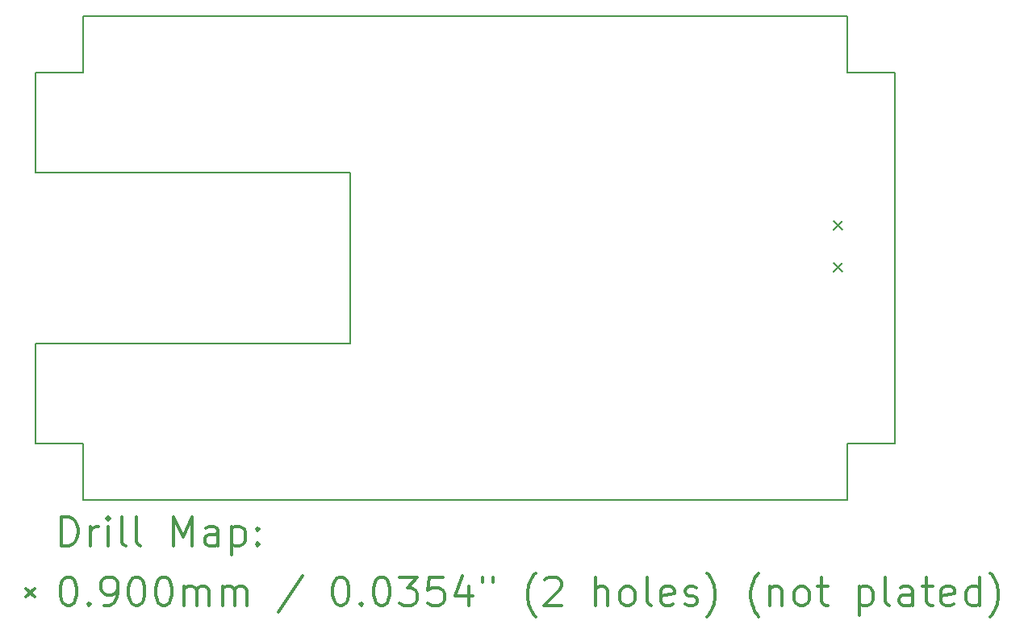
<source format=gbr>
%FSLAX45Y45*%
G04 Gerber Fmt 4.5, Leading zero omitted, Abs format (unit mm)*
G04 Created by KiCad (PCBNEW (5.1.10)-1) date 2021-08-05 17:20:47*
%MOMM*%
%LPD*%
G01*
G04 APERTURE LIST*
%TA.AperFunction,Profile*%
%ADD10C,0.203200*%
%TD*%
%ADD11C,0.200000*%
%ADD12C,0.300000*%
G04 APERTURE END LIST*
D10*
X15578460Y-9779300D02*
X15578460Y-11575080D01*
X12279000Y-9779300D02*
X15578460Y-9779300D01*
X12279000Y-8732820D02*
X12279000Y-9779300D01*
X20798160Y-8133380D02*
X12776840Y-8133380D01*
X21298540Y-8732820D02*
X21298540Y-8732820D01*
X12776840Y-12621560D02*
X12776840Y-13221000D01*
X15578460Y-11575080D02*
X12279000Y-11575080D01*
X12776840Y-8732820D02*
X12279000Y-8732820D01*
X12279000Y-12621560D02*
X12776840Y-12621560D01*
X21298540Y-12621560D02*
X21298540Y-8732820D01*
X20798160Y-12621560D02*
X21298540Y-12621560D01*
X20798160Y-13221000D02*
X20798160Y-12621560D01*
X12776840Y-13221000D02*
X20798160Y-13221000D01*
X20798160Y-8732820D02*
X20798160Y-8133380D01*
X21298540Y-8732820D02*
X20798160Y-8732820D01*
X12279000Y-11575080D02*
X12279000Y-12621560D01*
X12776840Y-8133380D02*
X12776840Y-8732820D01*
D11*
X20655000Y-10291000D02*
X20745000Y-10381000D01*
X20745000Y-10291000D02*
X20655000Y-10381000D01*
X20655000Y-10731000D02*
X20745000Y-10821000D01*
X20745000Y-10731000D02*
X20655000Y-10821000D01*
D12*
X12555268Y-13696874D02*
X12555268Y-13396874D01*
X12626697Y-13396874D01*
X12669554Y-13411160D01*
X12698126Y-13439731D01*
X12712411Y-13468303D01*
X12726697Y-13525446D01*
X12726697Y-13568303D01*
X12712411Y-13625446D01*
X12698126Y-13654017D01*
X12669554Y-13682589D01*
X12626697Y-13696874D01*
X12555268Y-13696874D01*
X12855268Y-13696874D02*
X12855268Y-13496874D01*
X12855268Y-13554017D02*
X12869554Y-13525446D01*
X12883840Y-13511160D01*
X12912411Y-13496874D01*
X12940983Y-13496874D01*
X13040983Y-13696874D02*
X13040983Y-13496874D01*
X13040983Y-13396874D02*
X13026697Y-13411160D01*
X13040983Y-13425446D01*
X13055268Y-13411160D01*
X13040983Y-13396874D01*
X13040983Y-13425446D01*
X13226697Y-13696874D02*
X13198126Y-13682589D01*
X13183840Y-13654017D01*
X13183840Y-13396874D01*
X13383840Y-13696874D02*
X13355268Y-13682589D01*
X13340983Y-13654017D01*
X13340983Y-13396874D01*
X13726697Y-13696874D02*
X13726697Y-13396874D01*
X13826697Y-13611160D01*
X13926697Y-13396874D01*
X13926697Y-13696874D01*
X14198126Y-13696874D02*
X14198126Y-13539731D01*
X14183840Y-13511160D01*
X14155268Y-13496874D01*
X14098126Y-13496874D01*
X14069554Y-13511160D01*
X14198126Y-13682589D02*
X14169554Y-13696874D01*
X14098126Y-13696874D01*
X14069554Y-13682589D01*
X14055268Y-13654017D01*
X14055268Y-13625446D01*
X14069554Y-13596874D01*
X14098126Y-13582589D01*
X14169554Y-13582589D01*
X14198126Y-13568303D01*
X14340983Y-13496874D02*
X14340983Y-13796874D01*
X14340983Y-13511160D02*
X14369554Y-13496874D01*
X14426697Y-13496874D01*
X14455268Y-13511160D01*
X14469554Y-13525446D01*
X14483840Y-13554017D01*
X14483840Y-13639731D01*
X14469554Y-13668303D01*
X14455268Y-13682589D01*
X14426697Y-13696874D01*
X14369554Y-13696874D01*
X14340983Y-13682589D01*
X14612411Y-13668303D02*
X14626697Y-13682589D01*
X14612411Y-13696874D01*
X14598126Y-13682589D01*
X14612411Y-13668303D01*
X14612411Y-13696874D01*
X14612411Y-13511160D02*
X14626697Y-13525446D01*
X14612411Y-13539731D01*
X14598126Y-13525446D01*
X14612411Y-13511160D01*
X14612411Y-13539731D01*
X12178840Y-14146160D02*
X12268840Y-14236160D01*
X12268840Y-14146160D02*
X12178840Y-14236160D01*
X12612411Y-14026874D02*
X12640983Y-14026874D01*
X12669554Y-14041160D01*
X12683840Y-14055446D01*
X12698126Y-14084017D01*
X12712411Y-14141160D01*
X12712411Y-14212589D01*
X12698126Y-14269731D01*
X12683840Y-14298303D01*
X12669554Y-14312589D01*
X12640983Y-14326874D01*
X12612411Y-14326874D01*
X12583840Y-14312589D01*
X12569554Y-14298303D01*
X12555268Y-14269731D01*
X12540983Y-14212589D01*
X12540983Y-14141160D01*
X12555268Y-14084017D01*
X12569554Y-14055446D01*
X12583840Y-14041160D01*
X12612411Y-14026874D01*
X12840983Y-14298303D02*
X12855268Y-14312589D01*
X12840983Y-14326874D01*
X12826697Y-14312589D01*
X12840983Y-14298303D01*
X12840983Y-14326874D01*
X12998126Y-14326874D02*
X13055268Y-14326874D01*
X13083840Y-14312589D01*
X13098126Y-14298303D01*
X13126697Y-14255446D01*
X13140983Y-14198303D01*
X13140983Y-14084017D01*
X13126697Y-14055446D01*
X13112411Y-14041160D01*
X13083840Y-14026874D01*
X13026697Y-14026874D01*
X12998126Y-14041160D01*
X12983840Y-14055446D01*
X12969554Y-14084017D01*
X12969554Y-14155446D01*
X12983840Y-14184017D01*
X12998126Y-14198303D01*
X13026697Y-14212589D01*
X13083840Y-14212589D01*
X13112411Y-14198303D01*
X13126697Y-14184017D01*
X13140983Y-14155446D01*
X13326697Y-14026874D02*
X13355268Y-14026874D01*
X13383840Y-14041160D01*
X13398126Y-14055446D01*
X13412411Y-14084017D01*
X13426697Y-14141160D01*
X13426697Y-14212589D01*
X13412411Y-14269731D01*
X13398126Y-14298303D01*
X13383840Y-14312589D01*
X13355268Y-14326874D01*
X13326697Y-14326874D01*
X13298126Y-14312589D01*
X13283840Y-14298303D01*
X13269554Y-14269731D01*
X13255268Y-14212589D01*
X13255268Y-14141160D01*
X13269554Y-14084017D01*
X13283840Y-14055446D01*
X13298126Y-14041160D01*
X13326697Y-14026874D01*
X13612411Y-14026874D02*
X13640983Y-14026874D01*
X13669554Y-14041160D01*
X13683840Y-14055446D01*
X13698126Y-14084017D01*
X13712411Y-14141160D01*
X13712411Y-14212589D01*
X13698126Y-14269731D01*
X13683840Y-14298303D01*
X13669554Y-14312589D01*
X13640983Y-14326874D01*
X13612411Y-14326874D01*
X13583840Y-14312589D01*
X13569554Y-14298303D01*
X13555268Y-14269731D01*
X13540983Y-14212589D01*
X13540983Y-14141160D01*
X13555268Y-14084017D01*
X13569554Y-14055446D01*
X13583840Y-14041160D01*
X13612411Y-14026874D01*
X13840983Y-14326874D02*
X13840983Y-14126874D01*
X13840983Y-14155446D02*
X13855268Y-14141160D01*
X13883840Y-14126874D01*
X13926697Y-14126874D01*
X13955268Y-14141160D01*
X13969554Y-14169731D01*
X13969554Y-14326874D01*
X13969554Y-14169731D02*
X13983840Y-14141160D01*
X14012411Y-14126874D01*
X14055268Y-14126874D01*
X14083840Y-14141160D01*
X14098126Y-14169731D01*
X14098126Y-14326874D01*
X14240983Y-14326874D02*
X14240983Y-14126874D01*
X14240983Y-14155446D02*
X14255268Y-14141160D01*
X14283840Y-14126874D01*
X14326697Y-14126874D01*
X14355268Y-14141160D01*
X14369554Y-14169731D01*
X14369554Y-14326874D01*
X14369554Y-14169731D02*
X14383840Y-14141160D01*
X14412411Y-14126874D01*
X14455268Y-14126874D01*
X14483840Y-14141160D01*
X14498126Y-14169731D01*
X14498126Y-14326874D01*
X15083840Y-14012589D02*
X14826697Y-14398303D01*
X15469554Y-14026874D02*
X15498126Y-14026874D01*
X15526697Y-14041160D01*
X15540983Y-14055446D01*
X15555268Y-14084017D01*
X15569554Y-14141160D01*
X15569554Y-14212589D01*
X15555268Y-14269731D01*
X15540983Y-14298303D01*
X15526697Y-14312589D01*
X15498126Y-14326874D01*
X15469554Y-14326874D01*
X15440983Y-14312589D01*
X15426697Y-14298303D01*
X15412411Y-14269731D01*
X15398126Y-14212589D01*
X15398126Y-14141160D01*
X15412411Y-14084017D01*
X15426697Y-14055446D01*
X15440983Y-14041160D01*
X15469554Y-14026874D01*
X15698126Y-14298303D02*
X15712411Y-14312589D01*
X15698126Y-14326874D01*
X15683840Y-14312589D01*
X15698126Y-14298303D01*
X15698126Y-14326874D01*
X15898126Y-14026874D02*
X15926697Y-14026874D01*
X15955268Y-14041160D01*
X15969554Y-14055446D01*
X15983840Y-14084017D01*
X15998126Y-14141160D01*
X15998126Y-14212589D01*
X15983840Y-14269731D01*
X15969554Y-14298303D01*
X15955268Y-14312589D01*
X15926697Y-14326874D01*
X15898126Y-14326874D01*
X15869554Y-14312589D01*
X15855268Y-14298303D01*
X15840983Y-14269731D01*
X15826697Y-14212589D01*
X15826697Y-14141160D01*
X15840983Y-14084017D01*
X15855268Y-14055446D01*
X15869554Y-14041160D01*
X15898126Y-14026874D01*
X16098126Y-14026874D02*
X16283840Y-14026874D01*
X16183840Y-14141160D01*
X16226697Y-14141160D01*
X16255268Y-14155446D01*
X16269554Y-14169731D01*
X16283840Y-14198303D01*
X16283840Y-14269731D01*
X16269554Y-14298303D01*
X16255268Y-14312589D01*
X16226697Y-14326874D01*
X16140983Y-14326874D01*
X16112411Y-14312589D01*
X16098126Y-14298303D01*
X16555268Y-14026874D02*
X16412411Y-14026874D01*
X16398126Y-14169731D01*
X16412411Y-14155446D01*
X16440983Y-14141160D01*
X16512411Y-14141160D01*
X16540983Y-14155446D01*
X16555268Y-14169731D01*
X16569554Y-14198303D01*
X16569554Y-14269731D01*
X16555268Y-14298303D01*
X16540983Y-14312589D01*
X16512411Y-14326874D01*
X16440983Y-14326874D01*
X16412411Y-14312589D01*
X16398126Y-14298303D01*
X16826697Y-14126874D02*
X16826697Y-14326874D01*
X16755268Y-14012589D02*
X16683840Y-14226874D01*
X16869554Y-14226874D01*
X16969554Y-14026874D02*
X16969554Y-14084017D01*
X17083840Y-14026874D02*
X17083840Y-14084017D01*
X17526697Y-14441160D02*
X17512411Y-14426874D01*
X17483840Y-14384017D01*
X17469554Y-14355446D01*
X17455268Y-14312589D01*
X17440983Y-14241160D01*
X17440983Y-14184017D01*
X17455268Y-14112589D01*
X17469554Y-14069731D01*
X17483840Y-14041160D01*
X17512411Y-13998303D01*
X17526697Y-13984017D01*
X17626697Y-14055446D02*
X17640983Y-14041160D01*
X17669554Y-14026874D01*
X17740983Y-14026874D01*
X17769554Y-14041160D01*
X17783840Y-14055446D01*
X17798126Y-14084017D01*
X17798126Y-14112589D01*
X17783840Y-14155446D01*
X17612411Y-14326874D01*
X17798126Y-14326874D01*
X18155268Y-14326874D02*
X18155268Y-14026874D01*
X18283840Y-14326874D02*
X18283840Y-14169731D01*
X18269554Y-14141160D01*
X18240983Y-14126874D01*
X18198126Y-14126874D01*
X18169554Y-14141160D01*
X18155268Y-14155446D01*
X18469554Y-14326874D02*
X18440983Y-14312589D01*
X18426697Y-14298303D01*
X18412411Y-14269731D01*
X18412411Y-14184017D01*
X18426697Y-14155446D01*
X18440983Y-14141160D01*
X18469554Y-14126874D01*
X18512411Y-14126874D01*
X18540983Y-14141160D01*
X18555268Y-14155446D01*
X18569554Y-14184017D01*
X18569554Y-14269731D01*
X18555268Y-14298303D01*
X18540983Y-14312589D01*
X18512411Y-14326874D01*
X18469554Y-14326874D01*
X18740983Y-14326874D02*
X18712411Y-14312589D01*
X18698126Y-14284017D01*
X18698126Y-14026874D01*
X18969554Y-14312589D02*
X18940983Y-14326874D01*
X18883840Y-14326874D01*
X18855268Y-14312589D01*
X18840983Y-14284017D01*
X18840983Y-14169731D01*
X18855268Y-14141160D01*
X18883840Y-14126874D01*
X18940983Y-14126874D01*
X18969554Y-14141160D01*
X18983840Y-14169731D01*
X18983840Y-14198303D01*
X18840983Y-14226874D01*
X19098126Y-14312589D02*
X19126697Y-14326874D01*
X19183840Y-14326874D01*
X19212411Y-14312589D01*
X19226697Y-14284017D01*
X19226697Y-14269731D01*
X19212411Y-14241160D01*
X19183840Y-14226874D01*
X19140983Y-14226874D01*
X19112411Y-14212589D01*
X19098126Y-14184017D01*
X19098126Y-14169731D01*
X19112411Y-14141160D01*
X19140983Y-14126874D01*
X19183840Y-14126874D01*
X19212411Y-14141160D01*
X19326697Y-14441160D02*
X19340983Y-14426874D01*
X19369554Y-14384017D01*
X19383840Y-14355446D01*
X19398126Y-14312589D01*
X19412411Y-14241160D01*
X19412411Y-14184017D01*
X19398126Y-14112589D01*
X19383840Y-14069731D01*
X19369554Y-14041160D01*
X19340983Y-13998303D01*
X19326697Y-13984017D01*
X19869554Y-14441160D02*
X19855268Y-14426874D01*
X19826697Y-14384017D01*
X19812411Y-14355446D01*
X19798126Y-14312589D01*
X19783840Y-14241160D01*
X19783840Y-14184017D01*
X19798126Y-14112589D01*
X19812411Y-14069731D01*
X19826697Y-14041160D01*
X19855268Y-13998303D01*
X19869554Y-13984017D01*
X19983840Y-14126874D02*
X19983840Y-14326874D01*
X19983840Y-14155446D02*
X19998126Y-14141160D01*
X20026697Y-14126874D01*
X20069554Y-14126874D01*
X20098126Y-14141160D01*
X20112411Y-14169731D01*
X20112411Y-14326874D01*
X20298126Y-14326874D02*
X20269554Y-14312589D01*
X20255268Y-14298303D01*
X20240983Y-14269731D01*
X20240983Y-14184017D01*
X20255268Y-14155446D01*
X20269554Y-14141160D01*
X20298126Y-14126874D01*
X20340983Y-14126874D01*
X20369554Y-14141160D01*
X20383840Y-14155446D01*
X20398126Y-14184017D01*
X20398126Y-14269731D01*
X20383840Y-14298303D01*
X20369554Y-14312589D01*
X20340983Y-14326874D01*
X20298126Y-14326874D01*
X20483840Y-14126874D02*
X20598126Y-14126874D01*
X20526697Y-14026874D02*
X20526697Y-14284017D01*
X20540983Y-14312589D01*
X20569554Y-14326874D01*
X20598126Y-14326874D01*
X20926697Y-14126874D02*
X20926697Y-14426874D01*
X20926697Y-14141160D02*
X20955268Y-14126874D01*
X21012411Y-14126874D01*
X21040983Y-14141160D01*
X21055268Y-14155446D01*
X21069554Y-14184017D01*
X21069554Y-14269731D01*
X21055268Y-14298303D01*
X21040983Y-14312589D01*
X21012411Y-14326874D01*
X20955268Y-14326874D01*
X20926697Y-14312589D01*
X21240983Y-14326874D02*
X21212411Y-14312589D01*
X21198126Y-14284017D01*
X21198126Y-14026874D01*
X21483840Y-14326874D02*
X21483840Y-14169731D01*
X21469554Y-14141160D01*
X21440983Y-14126874D01*
X21383840Y-14126874D01*
X21355268Y-14141160D01*
X21483840Y-14312589D02*
X21455268Y-14326874D01*
X21383840Y-14326874D01*
X21355268Y-14312589D01*
X21340983Y-14284017D01*
X21340983Y-14255446D01*
X21355268Y-14226874D01*
X21383840Y-14212589D01*
X21455268Y-14212589D01*
X21483840Y-14198303D01*
X21583840Y-14126874D02*
X21698126Y-14126874D01*
X21626697Y-14026874D02*
X21626697Y-14284017D01*
X21640983Y-14312589D01*
X21669554Y-14326874D01*
X21698126Y-14326874D01*
X21912411Y-14312589D02*
X21883840Y-14326874D01*
X21826697Y-14326874D01*
X21798126Y-14312589D01*
X21783840Y-14284017D01*
X21783840Y-14169731D01*
X21798126Y-14141160D01*
X21826697Y-14126874D01*
X21883840Y-14126874D01*
X21912411Y-14141160D01*
X21926697Y-14169731D01*
X21926697Y-14198303D01*
X21783840Y-14226874D01*
X22183840Y-14326874D02*
X22183840Y-14026874D01*
X22183840Y-14312589D02*
X22155268Y-14326874D01*
X22098126Y-14326874D01*
X22069554Y-14312589D01*
X22055268Y-14298303D01*
X22040983Y-14269731D01*
X22040983Y-14184017D01*
X22055268Y-14155446D01*
X22069554Y-14141160D01*
X22098126Y-14126874D01*
X22155268Y-14126874D01*
X22183840Y-14141160D01*
X22298126Y-14441160D02*
X22312411Y-14426874D01*
X22340983Y-14384017D01*
X22355268Y-14355446D01*
X22369554Y-14312589D01*
X22383840Y-14241160D01*
X22383840Y-14184017D01*
X22369554Y-14112589D01*
X22355268Y-14069731D01*
X22340983Y-14041160D01*
X22312411Y-13998303D01*
X22298126Y-13984017D01*
M02*

</source>
